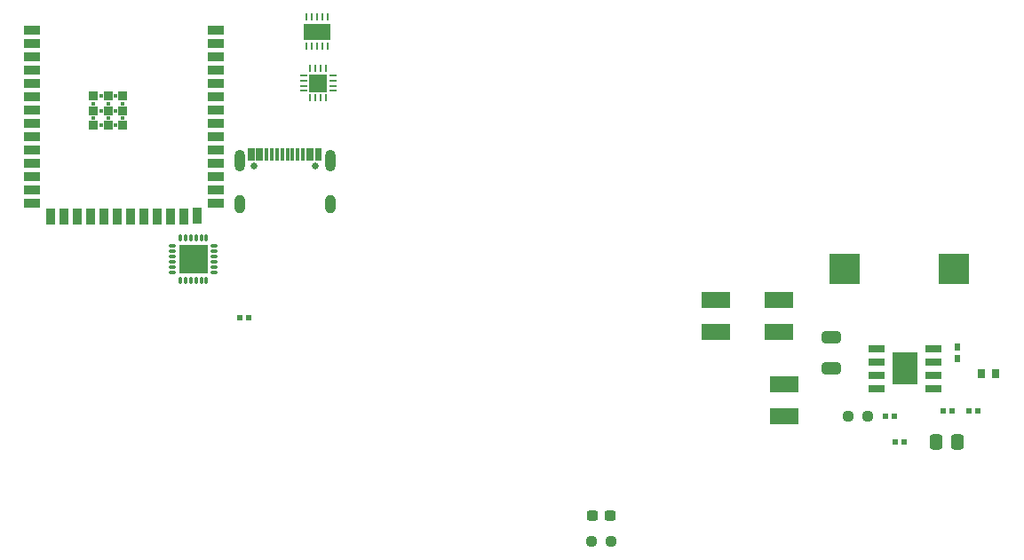
<source format=gbr>
%TF.GenerationSoftware,KiCad,Pcbnew,8.0.0*%
%TF.CreationDate,2024-03-08T03:35:26+01:00*%
%TF.ProjectId,pd65hotplate_esp32,70643635-686f-4747-906c-6174655f6573,rev?*%
%TF.SameCoordinates,Original*%
%TF.FileFunction,Copper,L1,Top*%
%TF.FilePolarity,Positive*%
%FSLAX46Y46*%
G04 Gerber Fmt 4.6, Leading zero omitted, Abs format (unit mm)*
G04 Created by KiCad (PCBNEW 8.0.0) date 2024-03-08 03:35:26*
%MOMM*%
%LPD*%
G01*
G04 APERTURE LIST*
G04 Aperture macros list*
%AMRoundRect*
0 Rectangle with rounded corners*
0 $1 Rounding radius*
0 $2 $3 $4 $5 $6 $7 $8 $9 X,Y pos of 4 corners*
0 Add a 4 corners polygon primitive as box body*
4,1,4,$2,$3,$4,$5,$6,$7,$8,$9,$2,$3,0*
0 Add four circle primitives for the rounded corners*
1,1,$1+$1,$2,$3*
1,1,$1+$1,$4,$5*
1,1,$1+$1,$6,$7*
1,1,$1+$1,$8,$9*
0 Add four rect primitives between the rounded corners*
20,1,$1+$1,$2,$3,$4,$5,0*
20,1,$1+$1,$4,$5,$6,$7,0*
20,1,$1+$1,$6,$7,$8,$9,0*
20,1,$1+$1,$8,$9,$2,$3,0*%
G04 Aperture macros list end*
%TA.AperFunction,SMDPad,CuDef*%
%ADD10RoundRect,0.237500X-0.250000X-0.237500X0.250000X-0.237500X0.250000X0.237500X-0.250000X0.237500X0*%
%TD*%
%TA.AperFunction,SMDPad,CuDef*%
%ADD11R,0.570000X0.540000*%
%TD*%
%TA.AperFunction,SMDPad,CuDef*%
%ADD12RoundRect,0.250000X-0.337500X-0.475000X0.337500X-0.475000X0.337500X0.475000X-0.337500X0.475000X0*%
%TD*%
%TA.AperFunction,SMDPad,CuDef*%
%ADD13RoundRect,0.237500X-0.300000X-0.237500X0.300000X-0.237500X0.300000X0.237500X-0.300000X0.237500X0*%
%TD*%
%TA.AperFunction,SMDPad,CuDef*%
%ADD14R,0.300000X1.150000*%
%TD*%
%TA.AperFunction,ComponentPad*%
%ADD15O,1.000000X1.800000*%
%TD*%
%TA.AperFunction,ComponentPad*%
%ADD16O,1.000000X2.100000*%
%TD*%
%TA.AperFunction,ComponentPad*%
%ADD17C,0.650000*%
%TD*%
%TA.AperFunction,SMDPad,CuDef*%
%ADD18R,0.280000X0.660000*%
%TD*%
%TA.AperFunction,SMDPad,CuDef*%
%ADD19R,0.660000X0.280000*%
%TD*%
%TA.AperFunction,SMDPad,CuDef*%
%ADD20R,1.750000X1.750000*%
%TD*%
%TA.AperFunction,SMDPad,CuDef*%
%ADD21R,2.500000X1.500000*%
%TD*%
%TA.AperFunction,SMDPad,CuDef*%
%ADD22O,0.280000X0.700000*%
%TD*%
%TA.AperFunction,SMDPad,CuDef*%
%ADD23O,0.700000X0.280000*%
%TD*%
%TA.AperFunction,SMDPad,CuDef*%
%ADD24R,2.800000X2.800000*%
%TD*%
%TA.AperFunction,SMDPad,CuDef*%
%ADD25R,1.500000X0.900000*%
%TD*%
%TA.AperFunction,SMDPad,CuDef*%
%ADD26R,0.900000X1.500000*%
%TD*%
%TA.AperFunction,SMDPad,CuDef*%
%ADD27R,0.900000X0.900000*%
%TD*%
%TA.AperFunction,ComponentPad*%
%ADD28C,0.400000*%
%TD*%
%TA.AperFunction,SMDPad,CuDef*%
%ADD29R,3.000000X3.000000*%
%TD*%
%TA.AperFunction,SMDPad,CuDef*%
%ADD30R,1.525000X0.650000*%
%TD*%
%TA.AperFunction,SMDPad,CuDef*%
%ADD31R,2.400000X3.100000*%
%TD*%
%TA.AperFunction,SMDPad,CuDef*%
%ADD32R,0.500000X0.600000*%
%TD*%
%TA.AperFunction,SMDPad,CuDef*%
%ADD33R,2.700000X1.630000*%
%TD*%
%TA.AperFunction,SMDPad,CuDef*%
%ADD34R,0.540000X0.790000*%
%TD*%
%TA.AperFunction,SMDPad,CuDef*%
%ADD35R,0.800000X0.900000*%
%TD*%
%TA.AperFunction,SMDPad,CuDef*%
%ADD36RoundRect,0.250000X0.650000X-0.325000X0.650000X0.325000X-0.650000X0.325000X-0.650000X-0.325000X0*%
%TD*%
G04 APERTURE END LIST*
D10*
%TO.P,Rent1,1*%
%TO.N,Vbus*%
X105657500Y-76000000D03*
%TO.P,Rent1,2*%
%TO.N,Net-(IC1-EN)*%
X107482500Y-76000000D03*
%TD*%
D11*
%TO.P,Renb1,2*%
%TO.N,GND*%
X110000000Y-76000000D03*
%TO.P,Renb1,1*%
%TO.N,Net-(IC1-EN)*%
X109140000Y-76000000D03*
%TD*%
D10*
%TO.P,R1,1*%
%TO.N,Vbus*%
X81175000Y-88000000D03*
%TO.P,R1,2*%
%TO.N,Net-(U4-VIN)*%
X83000000Y-88000000D03*
%TD*%
D12*
%TO.P,C7,1*%
%TO.N,3V3*%
X113962500Y-78500000D03*
%TO.P,C7,2*%
%TO.N,Net-(IC1-FB)*%
X116037500Y-78500000D03*
%TD*%
D13*
%TO.P,C3,1*%
%TO.N,Net-(U4-VIN)*%
X81225000Y-85490000D03*
%TO.P,C3,2*%
%TO.N,GND*%
X82950000Y-85490000D03*
%TD*%
D14*
%TO.P,USB1,A12,GND*%
%TO.N,GND*%
X55250000Y-51095000D03*
%TO.P,USB1,B1,GND*%
X54950000Y-51095000D03*
%TO.P,USB1,A9,VBUS*%
%TO.N,Vbus*%
X54450000Y-51095000D03*
%TO.P,USB1,B4,VBUS*%
X54150000Y-51095000D03*
%TO.P,USB1,B5,CC2*%
%TO.N,CC2*%
X53650000Y-51095000D03*
%TO.P,USB1,A8,SUB1*%
%TO.N,unconnected-(USB1-SUB1-PadA8)*%
X53150000Y-51095000D03*
%TO.P,USB1,B6,DP2*%
%TO.N,DP*%
X52650000Y-51095000D03*
%TO.P,USB1,A7,DN1*%
%TO.N,DN*%
X52150000Y-51095000D03*
%TO.P,USB1,A6,DP1*%
%TO.N,DP*%
X51650000Y-51095000D03*
%TO.P,USB1,B7,DN2*%
%TO.N,DN*%
X51150000Y-51095000D03*
%TO.P,USB1,A5,CC1*%
%TO.N,CC1*%
X50650000Y-51095000D03*
%TO.P,USB1,B8,SUB2*%
%TO.N,unconnected-(USB1-SUB2-PadB8)*%
X50150000Y-51095000D03*
%TO.P,USB1,B9,VBUS*%
%TO.N,Vbus*%
X49650000Y-51095000D03*
%TO.P,USB1,A4,VBUS*%
X49350000Y-51095000D03*
%TO.P,USB1,B12,GND*%
%TO.N,GND*%
X48850000Y-51095000D03*
%TO.P,USB1,A1,GND*%
X48550000Y-51095000D03*
D15*
%TO.P,USB1,26,EH*%
X56220000Y-55835000D03*
D16*
%TO.P,USB1,25,EH*%
X56220000Y-51655000D03*
D15*
%TO.P,USB1,27,EH*%
X47580000Y-55835000D03*
D16*
%TO.P,USB1,28,EH*%
X47580000Y-51655000D03*
D17*
%TO.P,USB1,*%
%TO.N,*%
X49010000Y-52155000D03*
X54790000Y-52155000D03*
%TD*%
D18*
%TO.P,U6,1,D+*%
%TO.N,DP*%
X54340000Y-45660000D03*
%TO.P,U6,2,D-*%
%TO.N,DN*%
X54840000Y-45660000D03*
%TO.P,U6,3,CC1*%
%TO.N,CC1*%
X55340000Y-45660000D03*
%TO.P,U6,4,CC2*%
%TO.N,CC2*%
X55840000Y-45660000D03*
D19*
%TO.P,U6,5,VDD*%
%TO.N,unconnected-(U6-VDD-Pad5)*%
X56500000Y-45000000D03*
%TO.P,U6,6,DBG_N*%
%TO.N,unconnected-(U6-DBG_N-Pad6)*%
X56500000Y-44500000D03*
%TO.P,U6,7,EN_HVDCP/OUT1*%
%TO.N,unconnected-(U6-EN_HVDCP{slash}OUT1-Pad7)*%
X56500000Y-44000000D03*
%TO.P,U6,8,ADDR/ORIENT*%
%TO.N,unconnected-(U6-ADDR{slash}ORIENT-Pad8)*%
X56500000Y-43500000D03*
D18*
%TO.P,U6,9,SDA/SNK_VSET*%
%TO.N,SDA*%
X55840000Y-42840000D03*
%TO.P,U6,10,SCL/SNK_ISET*%
%TO.N,SCL*%
X55340000Y-42840000D03*
%TO.P,U6,11,INT_N*%
%TO.N,unconnected-(U6-INT_N-Pad11)*%
X54840000Y-42840000D03*
%TO.P,U6,12,EN_N*%
%TO.N,unconnected-(U6-EN_N-Pad12)*%
X54340000Y-42840000D03*
D19*
%TO.P,U6,13,FAULT/OUT2*%
%TO.N,unconnected-(U6-FAULT{slash}OUT2-Pad13)*%
X53680000Y-43500000D03*
%TO.P,U6,14,FLGIN*%
%TO.N,unconnected-(U6-FLGIN-Pad14)*%
X53680000Y-44000000D03*
%TO.P,U6,15,GATE*%
%TO.N,unconnected-(U6-GATE-Pad15)*%
X53680000Y-44500000D03*
%TO.P,U6,16,VBUS*%
%TO.N,Net-(U4-VIN)*%
X53680000Y-45000000D03*
D20*
%TO.P,U6,17,GND*%
%TO.N,GND*%
X55090000Y-44250000D03*
%TD*%
D18*
%TO.P,U4,1,VIN*%
%TO.N,Net-(U4-VIN)*%
X53995000Y-40740000D03*
%TO.P,U4,2,D+*%
%TO.N,DP*%
X54495000Y-40740000D03*
%TO.P,U4,3,D-*%
%TO.N,DN*%
X54995000Y-40740000D03*
%TO.P,U4,4,CC1*%
%TO.N,CC1*%
X55495000Y-40740000D03*
%TO.P,U4,5,CC2*%
%TO.N,CC2*%
X55995000Y-40740000D03*
%TO.P,U4,6,SDA*%
%TO.N,SDA*%
X55995000Y-37920000D03*
%TO.P,U4,7,SCL*%
%TO.N,SCL*%
X55495000Y-37920000D03*
%TO.P,U4,8,VSET*%
%TO.N,unconnected-(U4-VSET-Pad8)*%
X54995000Y-37920000D03*
%TO.P,U4,9,ISET*%
%TO.N,unconnected-(U4-ISET-Pad9)*%
X54495000Y-37920000D03*
%TO.P,U4,10,GATE*%
%TO.N,unconnected-(U4-GATE-Pad10)*%
X53995000Y-37920000D03*
D21*
%TO.P,U4,11,GND*%
%TO.N,GND*%
X54995000Y-39330000D03*
%TD*%
D22*
%TO.P,U3,1,CC1DB*%
%TO.N,unconnected-(U3-CC1DB-Pad1)*%
X41940000Y-63050000D03*
%TO.P,U3,2,CC1*%
%TO.N,unconnected-(U3-CC1-Pad2)*%
X42440000Y-63050000D03*
%TO.P,U3,3,NC*%
%TO.N,unconnected-(U3-NC-Pad3)*%
X42940000Y-63050000D03*
%TO.P,U3,4,CC2*%
%TO.N,unconnected-(U3-CC2-Pad4)*%
X43440000Y-63050000D03*
%TO.P,U3,5,CC2DB*%
%TO.N,unconnected-(U3-CC2DB-Pad5)*%
X43940000Y-63050000D03*
%TO.P,U3,6,RESET*%
%TO.N,unconnected-(U3-RESET-Pad6)*%
X44440000Y-63050000D03*
D23*
%TO.P,U3,7,SCL*%
%TO.N,unconnected-(U3-SCL-Pad7)*%
X45190000Y-62300000D03*
%TO.P,U3,8,SDA*%
%TO.N,unconnected-(U3-SDA-Pad8)*%
X45190000Y-61800000D03*
%TO.P,U3,9,DISCH*%
%TO.N,unconnected-(U3-DISCH-Pad9)*%
X45190000Y-61300000D03*
%TO.P,U3,10,GND*%
%TO.N,unconnected-(U3-GND-Pad10)*%
X45190000Y-60800000D03*
%TO.P,U3,11,ATTACH*%
%TO.N,unconnected-(U3-ATTACH-Pad11)*%
X45190000Y-60300000D03*
%TO.P,U3,12,ADDR0*%
%TO.N,unconnected-(U3-ADDR0-Pad12)*%
X45190000Y-59800000D03*
D22*
%TO.P,U3,13,ADDR1*%
%TO.N,unconnected-(U3-ADDR1-Pad13)*%
X44440000Y-59050000D03*
%TO.P,U3,14,POWER_OK3*%
%TO.N,unconnected-(U3-POWER_OK3-Pad14)*%
X43940000Y-59050000D03*
%TO.P,U3,15,GPIO*%
%TO.N,unconnected-(U3-GPIO-Pad15)*%
X43440000Y-59050000D03*
%TO.P,U3,16,VBUS_EN_SNK*%
%TO.N,unconnected-(U3-VBUS_EN_SNK-Pad16)*%
X42940000Y-59050000D03*
%TO.P,U3,17,A_B_SIDE*%
%TO.N,unconnected-(U3-A_B_SIDE-Pad17)*%
X42440000Y-59050000D03*
%TO.P,U3,18,VBUS_VS_DISCH*%
%TO.N,unconnected-(U3-VBUS_VS_DISCH-Pad18)*%
X41940000Y-59050000D03*
D23*
%TO.P,U3,19,ALERT*%
%TO.N,unconnected-(U3-ALERT-Pad19)*%
X41190000Y-59800000D03*
%TO.P,U3,20,POWER_OK2*%
%TO.N,unconnected-(U3-POWER_OK2-Pad20)*%
X41190000Y-60300000D03*
%TO.P,U3,21,VREG_1V2*%
%TO.N,unconnected-(U3-VREG_1V2-Pad21)*%
X41190000Y-60800000D03*
%TO.P,U3,22,VSYS*%
%TO.N,unconnected-(U3-VSYS-Pad22)*%
X41190000Y-61300000D03*
%TO.P,U3,23,VREG_2V7*%
%TO.N,unconnected-(U3-VREG_2V7-Pad23)*%
X41190000Y-61800000D03*
%TO.P,U3,24,VDD*%
%TO.N,unconnected-(U3-VDD-Pad24)*%
X41190000Y-62300000D03*
D24*
%TO.P,U3,25,EP*%
%TO.N,unconnected-(U3-EP-Pad25)*%
X43200000Y-61050000D03*
%TD*%
D25*
%TO.P,U2,1,GND*%
%TO.N,unconnected-(U2-GND-Pad1)*%
X27835000Y-39175000D03*
%TO.P,U2,2,GND*%
%TO.N,unconnected-(U2-GND-Pad2)*%
X27835000Y-40445000D03*
%TO.P,U2,3,IO8*%
%TO.N,SDA*%
X27835000Y-41715000D03*
%TO.P,U2,4,IO18*%
%TO.N,unconnected-(U2-IO18-Pad4)*%
X27835000Y-42985000D03*
%TO.P,U2,5,IO14*%
%TO.N,unconnected-(U2-IO14-Pad5)*%
X27835000Y-44255000D03*
%TO.P,U2,6,IO13*%
%TO.N,unconnected-(U2-IO13-Pad6)*%
X27835000Y-45525000D03*
%TO.P,U2,7,IO12*%
%TO.N,unconnected-(U2-IO12-Pad7)*%
X27835000Y-46795000D03*
%TO.P,U2,8,IO7*%
%TO.N,unconnected-(U2-IO7-Pad8)*%
X27835000Y-48065000D03*
%TO.P,U2,9,IO6*%
%TO.N,unconnected-(U2-IO6-Pad9)*%
X27835000Y-49335000D03*
%TO.P,U2,10,IO9*%
%TO.N,SCL*%
X27835000Y-50605000D03*
%TO.P,U2,11,3V3*%
%TO.N,3V3*%
X27835000Y-51875000D03*
%TO.P,U2,12,GND*%
%TO.N,GND*%
X27835000Y-53145000D03*
%TO.P,U2,13*%
%TO.N,N/C*%
X27835000Y-54415000D03*
%TO.P,U2,14*%
X27835000Y-55685000D03*
D26*
%TO.P,U2,15*%
X29595000Y-56955000D03*
%TO.P,U2,16*%
X30865000Y-56955000D03*
%TO.P,U2,17*%
X32135000Y-56955000D03*
%TO.P,U2,18*%
X33405000Y-56955000D03*
%TO.P,U2,19*%
X34675000Y-56955000D03*
%TO.P,U2,20*%
X35955000Y-56955000D03*
%TO.P,U2,21*%
X37215000Y-56955000D03*
%TO.P,U2,22*%
X38485000Y-56955000D03*
%TO.P,U2,23*%
X39755000Y-56955000D03*
%TO.P,U2,24*%
X41035000Y-56955000D03*
%TO.P,U2,25*%
X42305000Y-56955000D03*
%TO.P,U2,26*%
X43575000Y-56925000D03*
D25*
%TO.P,U2,27*%
X45335000Y-55685000D03*
%TO.P,U2,28*%
X45335000Y-54415000D03*
%TO.P,U2,29*%
X45335000Y-53145000D03*
%TO.P,U2,30*%
X45335000Y-51875000D03*
%TO.P,U2,31*%
X45335000Y-50605000D03*
%TO.P,U2,32*%
X45335000Y-49335000D03*
%TO.P,U2,33*%
X45335000Y-48065000D03*
%TO.P,U2,34*%
X45335000Y-46795000D03*
%TO.P,U2,35*%
X45335000Y-45525000D03*
%TO.P,U2,36*%
X45335000Y-44255000D03*
%TO.P,U2,37*%
X45335000Y-42985000D03*
%TO.P,U2,38*%
X45335000Y-41715000D03*
%TO.P,U2,39*%
X45335000Y-40445000D03*
%TO.P,U2,40*%
X45335000Y-39175000D03*
D27*
%TO.P,U2,41*%
X35085000Y-46895000D03*
X33685000Y-46895000D03*
X36485000Y-46895000D03*
X36485000Y-45495000D03*
X35085000Y-45495000D03*
X33685000Y-45495000D03*
X33685000Y-48295000D03*
X35085000Y-48295000D03*
X36485000Y-48295000D03*
D28*
%TO.P,U2,*%
%TO.N,*%
X35085000Y-46195000D03*
X35085000Y-47595000D03*
X36485000Y-47595000D03*
X36485000Y-46195000D03*
X35785000Y-45495000D03*
X35785000Y-46895000D03*
X35785000Y-48295000D03*
X33685000Y-47595000D03*
X33685000Y-46195000D03*
X34385000Y-45495000D03*
X34385000Y-46895000D03*
X34385000Y-48295000D03*
%TD*%
D11*
%TO.P,Rtbb1,2*%
%TO.N,GND*%
X118000000Y-75500000D03*
%TO.P,Rtbb1,1*%
%TO.N,Net-(IC1-FB)*%
X117140000Y-75500000D03*
%TD*%
%TO.P,Rtfb1,2*%
%TO.N,Net-(IC1-FB)*%
X115500000Y-75500000D03*
%TO.P,Rtfb1,1*%
%TO.N,3V3*%
X114640000Y-75500000D03*
%TD*%
%TO.P,Rpg1,2,2*%
%TO.N,3V3*%
X110930000Y-78500000D03*
%TO.P,Rpg1,1,1*%
%TO.N,Net-(IC1-PG)*%
X110070000Y-78500000D03*
%TD*%
D29*
%TO.P,L2,2,2*%
%TO.N,Net-(IC1-SW)*%
X115710000Y-62000000D03*
%TO.P,L2,1,1*%
%TO.N,3V3*%
X105290000Y-62000000D03*
%TD*%
D30*
%TO.P,IC1,1,PGND*%
%TO.N,GND*%
X108288000Y-69595000D03*
%TO.P,IC1,2,VIN*%
%TO.N,Vbus*%
X108288000Y-70865000D03*
%TO.P,IC1,3,EN*%
%TO.N,Net-(IC1-EN)*%
X108288000Y-72135000D03*
%TO.P,IC1,4,PG*%
%TO.N,Net-(IC1-PG)*%
X108288000Y-73405000D03*
%TO.P,IC1,5,FB*%
%TO.N,Net-(IC1-FB)*%
X113712000Y-73405000D03*
%TO.P,IC1,6,VCC*%
%TO.N,Net-(IC1-VCC)*%
X113712000Y-72135000D03*
%TO.P,IC1,7,BOOT*%
%TO.N,Net-(IC1-BOOT)*%
X113712000Y-70865000D03*
%TO.P,IC1,8,SW*%
%TO.N,Net-(IC1-SW)*%
X113712000Y-69595000D03*
D31*
%TO.P,IC1,9,THERMAL*%
%TO.N,GND*%
X111000000Y-71500000D03*
%TD*%
D32*
%TO.P,D1,1,C*%
%TO.N,unconnected-(D1-C-Pad1)*%
X47630000Y-66660000D03*
%TO.P,D1,2,A*%
%TO.N,unconnected-(D1-A-Pad2)*%
X48430000Y-66660000D03*
%TD*%
D33*
%TO.P,Cout2,2,2*%
%TO.N,3V3*%
X93000000Y-64980000D03*
%TO.P,Cout2,1,1*%
%TO.N,GND*%
X93000000Y-68020000D03*
%TD*%
%TO.P,Cout1,2,2*%
%TO.N,3V3*%
X99000000Y-64980000D03*
%TO.P,Cout1,1,1*%
%TO.N,GND*%
X99000000Y-68020000D03*
%TD*%
D34*
%TO.P,Cboot1,2,2*%
%TO.N,Net-(IC1-BOOT)*%
X116000000Y-69450000D03*
%TO.P,Cboot1,1,1*%
%TO.N,Net-(IC1-SW)*%
X116000000Y-70550000D03*
%TD*%
D35*
%TO.P,Cvcc1,2,2*%
%TO.N,Net-(IC1-VCC)*%
X118280000Y-71990000D03*
%TO.P,Cvcc1,1,1*%
%TO.N,GND*%
X119680000Y-71990000D03*
%TD*%
D36*
%TO.P,Cinx1,2*%
%TO.N,GND*%
X104000000Y-68525000D03*
%TO.P,Cinx1,1*%
%TO.N,Vbus*%
X104000000Y-71475000D03*
%TD*%
D33*
%TO.P,Cin1,1,1*%
%TO.N,Vbus*%
X99500000Y-76020000D03*
%TO.P,Cin1,2,2*%
%TO.N,GND*%
X99500000Y-72980000D03*
%TD*%
M02*

</source>
